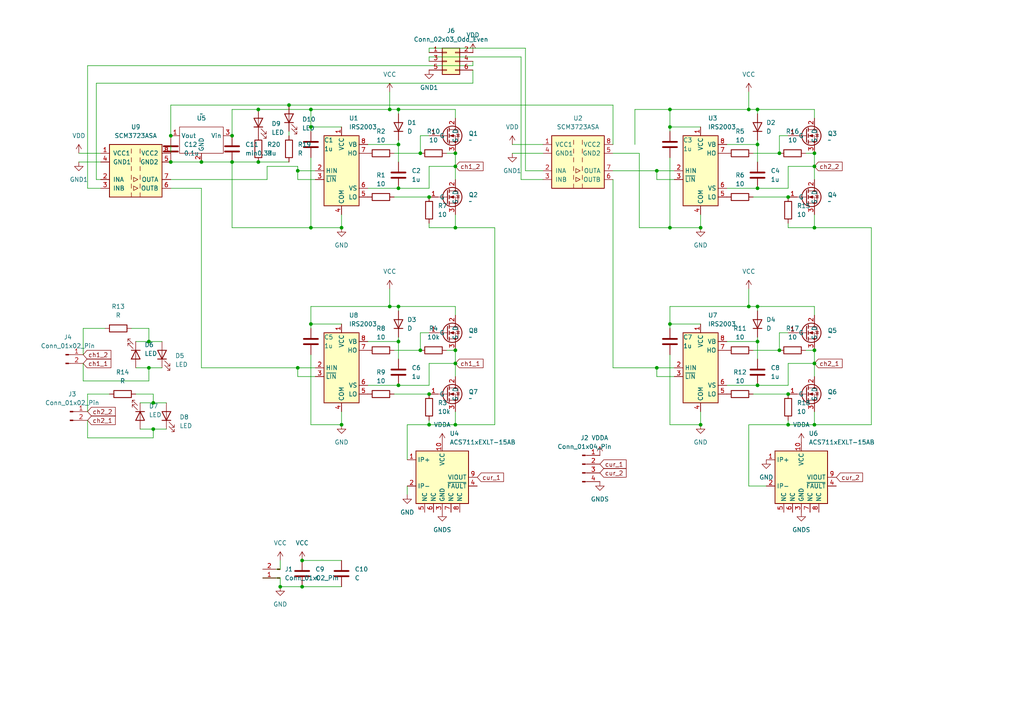
<source format=kicad_sch>
(kicad_sch (version 20250114) (generator "eeschema") (generator_version "9.0")
  (paper "A4")
  (lib_symbols
    (symbol "Connector:Conn_01x02_Pin" (pin_names (offset 1.016) (hide yes))
      (property "Reference" "J" (at 0 2.54 0))
      (property "Value" "Conn_01x02_Pin" (at 0 -5.08 0))
      (symbol "Conn_01x02_Pin_1_1"
        (pin passive line (at 5.08 0 180) (length 3.81) (name "Pin_1") (number "1"))
        (pin passive line (at 5.08 -2.54 180) (length 3.81) (name "Pin_2") (number "2"))
      )
    )
    (symbol "Connector:Conn_01x04_Pin" (pin_names (offset 1.016) (hide yes))
      (property "Reference" "J" (at 0 5.08 0))
      (property "Value" "Conn_01x04_Pin" (at 0 -7.62 0))
      (symbol "Conn_01x04_Pin_1_1"
        (pin passive line (at 5.08 2.54 180) (length 3.81) (name "Pin_1") (number "1"))
        (pin passive line (at 5.08 0 180) (length 3.81) (name "Pin_2") (number "2"))
        (pin passive line (at 5.08 -2.54 180) (length 3.81) (name "Pin_3") (number "3"))
        (pin passive line (at 5.08 -5.08 180) (length 3.81) (name "Pin_4") (number "4"))
      )
    )
    (symbol "Connector_Generic:Conn_02x03_Odd_Even" (pin_names (offset 1.016) (hide yes))
      (property "Reference" "J" (at 1.27 5.08 0))
      (property "Value" "Conn_02x03_Odd_Even" (at 1.27 -5.08 0))
      (symbol "Conn_02x03_Odd_Even_1_1"
        (pin passive line (at -5.08 2.54 0) (length 3.81) (name "Pin_1") (number "1"))
        (pin passive line (at -5.08 0 0) (length 3.81) (name "Pin_3") (number "3"))
        (pin passive line (at -5.08 -2.54 0) (length 3.81) (name "Pin_5") (number "5"))
        (pin passive line (at 7.62 2.54 180) (length 3.81) (name "Pin_2") (number "2"))
        (pin passive line (at 7.62 0 180) (length 3.81) (name "Pin_4") (number "4"))
        (pin passive line (at 7.62 -2.54 180) (length 3.81) (name "Pin_6") (number "6"))
      )
    )
    (symbol "Device:C" (pin_numbers (hide yes)) (pin_names (offset 0.254))
      (property "Reference" "C" (at 0.635 2.54 0))
      (property "Value" "C" (at 0.635 -2.54 0))
      (symbol "C_1_1"
        (pin passive line (at 0 3.81 270) (length 2.794) (name "~") (number "1"))
        (pin passive line (at 0 -3.81 90) (length 2.794) (name "~") (number "2"))
      )
    )
    (symbol "Device:D" (pin_numbers (hide yes)) (pin_names (offset 1.016) (hide yes))
      (property "Reference" "D" (at 0 2.54 0))
      (property "Value" "D" (at 0 -2.54 0))
      (symbol "D_1_1"
        (pin passive line (at -3.81 0 0) (length 2.54) (name "K") (number "1"))
        (pin passive line (at 3.81 0 180) (length 2.54) (name "A") (number "2"))
      )
    )
    (symbol "Device:LED" (pin_numbers (hide yes)) (pin_names (offset 1.016) (hide yes))
      (property "Reference" "D" (at 0 2.54 0))
      (property "Value" "LED" (at 0 -2.54 0))
      (symbol "LED_1_1"
        (pin passive line (at -3.81 0 0) (length 2.54) (name "K") (number "1"))
        (pin passive line (at 3.81 0 180) (length 2.54) (name "A") (number "2"))
      )
    )
    (symbol "Device:R" (pin_numbers (hide yes)) (pin_names (offset 0))
      (property "Reference" "R" (at 2.032 0 90))
      (property "Value" "R" (at 0 0 90))
      (symbol "R_1_1"
        (pin passive line (at 0 3.81 270) (length 1.27) (name "~") (number "1"))
        (pin passive line (at 0 -3.81 90) (length 1.27) (name "~") (number "2"))
      )
    )
    (symbol "Driver_FET:IRS2003"
      (property "Reference" "U" (at 1.27 13.335 0))
      (property "Value" "IRS2003" (at 1.27 11.43 0))
      (symbol "IRS2003_1_1"
        (pin input line (at -7.62 0 0) (length 2.54) (name "HIN") (number "2"))
        (pin input line (at -7.62 -2.54 0) (length 2.54) (name "~{LIN}") (number "3"))
        (pin power_in line (at 0 12.7 270) (length 2.54) (name "VCC") (number "1"))
        (pin power_in line (at 0 -12.7 90) (length 2.54) (name "COM") (number "4"))
        (pin passive line (at 7.62 7.62 180) (length 2.54) (name "VB") (number "8"))
        (pin output line (at 7.62 5.08 180) (length 2.54) (name "HO") (number "7"))
        (pin passive line (at 7.62 -5.08 180) (length 2.54) (name "VS") (number "6"))
        (pin output line (at 7.62 -7.62 180) (length 2.54) (name "LO") (number "5"))
      )
    )
    (symbol "Sensor_Current:ACS711xEXLT-15AB"
      (property "Reference" "U" (at 8.89 6.35 0))
      (property "Value" "ACS711xEXLT-15AB" (at 8.89 3.81 0))
      (symbol "ACS711xEXLT-15AB_1_1"
        (pin passive line (at -10.16 5.08 0) (length 2.54) (name "IP+") (number "1"))
        (pin passive line (at -10.16 -2.54 0) (length 2.54) (name "IP-") (number "2"))
        (pin passive line (at -5.08 -10.16 90) (length 2.54) (name "NC") (number "5"))
        (pin passive line (at -2.54 -10.16 90) (length 2.54) (name "NC") (number "6"))
        (pin power_in line (at 0 10.16 270) (length 2.54) (name "VCC") (number "10"))
        (pin power_in line (at 0 -10.16 90) (length 2.54) (name "GND") (number "3"))
        (pin passive line (at 2.54 -10.16 90) (length 2.54) (name "NC") (number "7"))
        (pin passive line (at 5.08 -10.16 90) (length 2.54) (name "NC") (number "8"))
        (pin output line (at 10.16 0 180) (length 2.54) (name "VIOUT") (number "9"))
        (pin output line (at 10.16 -2.54 180) (length 2.54) (name "~{FAULT}") (number "4"))
      )
    )
    (symbol "jisaku:NJM78L00SU3"
      (property "Reference" "U" (at 0 1.016 0))
      (symbol "NJM78L00SU3_1_1"
        (pin input line (at -8.89 0 0) (length 2.54) (name "Vin") (number "3"))
        (pin input line (at 0 -7.62 90) (length 2.54) (name "GND") (number "2"))
        (pin input line (at 8.89 0 180) (length 2.54) (name "Vout") (number "1"))
      )
    )
    (symbol "jisaku:RD3L07BBG"
      (property "Reference" "Q" (at 6.35 1.016 0))
      (symbol "RD3L07BBG_1_1"
        (pin input line (at -6.35 0 0) (length 2.54) (name "G") (number "1"))
        (pin passive line (at 1.27 5.08 270) (length 2.54) (name "D") (number "2"))
        (pin passive line (at 1.27 -5.08 90) (length 2.54) (name "S") (number "3"))
      )
    )
    (symbol "jisaku:SCM3723ASA" (pin_names (offset 1.016))
      (property "Reference" "U" (at 0 10.795 0))
      (property "Value" "SCM3723ASA" (at 0 8.89 0))
      (symbol "SCM3723ASA_1_1"
        (pin power_in line (at -10.16 5.08 0) (length 2.54) (name "VCC1") (number "1"))
        (pin power_in line (at -10.16 2.54 0) (length 2.54) (name "GND1") (number "4"))
        (pin input line (at -10.16 -2.54 0) (length 2.54) (name "INA") (number "2"))
        (pin input line (at -10.16 -5.08 0) (length 2.54) (name "INB") (number "3"))
        (pin power_in line (at 10.16 5.08 180) (length 2.54) (name "VCC2") (number "8"))
        (pin power_in line (at 10.16 2.54 180) (length 2.54) (name "GND2") (number "5"))
        (pin output line (at 10.16 -2.54 180) (length 2.54) (name "OUTA") (number "7"))
        (pin output line (at 10.16 -5.08 180) (length 2.54) (name "OUTB") (number "6"))
      )
    )
    (symbol "power:GND" (power) (pin_numbers (hide yes)) (pin_names (offset 0) (hide yes))
      (property "Value" "GND" (at 0 -3.81 0))
      (symbol "GND_1_1"
        (pin power_in line (at 0 0 270) (length 0) (name "~") (number "1"))
      )
    )
    (symbol "power:GND1" (power) (pin_numbers (hide yes)) (pin_names (offset 0) (hide yes))
      (property "Value" "GND1" (at 0 -3.81 0))
      (symbol "GND1_1_1"
        (pin power_in line (at 0 0 270) (length 0) (name "~") (number "1"))
      )
    )
    (symbol "power:GNDS" (power) (pin_numbers (hide yes)) (pin_names (offset 0) (hide yes))
      (property "Value" "GNDS" (at 0 -3.81 0))
      (symbol "GNDS_1_1"
        (pin power_in line (at 0 0 270) (length 0) (name "~") (number "1"))
      )
    )
    (symbol "power:VCC" (power) (pin_numbers (hide yes)) (pin_names (offset 0) (hide yes))
      (property "Value" "VCC" (at 0 3.556 0))
      (symbol "VCC_1_1"
        (pin power_in line (at 0 0 90) (length 0) (name "~") (number "1"))
      )
    )
    (symbol "power:VDD" (power) (pin_numbers (hide yes)) (pin_names (offset 0) (hide yes))
      (property "Value" "VDD" (at 0 3.556 0))
      (symbol "VDD_1_1"
        (pin power_in line (at 0 0 90) (length 0) (name "~") (number "1"))
      )
    )
    (symbol "power:VDDA" (power) (pin_numbers (hide yes)) (pin_names (offset 0) (hide yes))
      (property "Value" "VDDA" (at 0 3.556 0))
      (symbol "VDDA_1_1"
        (pin power_in line (at 0 0 90) (length 0) (name "~") (number "1"))
      )
    )
  )
  (junction (at 115.57 31.75))
  (junction (at 194.31 36.83))
  (junction (at 90.17 36.83))
  (junction (at 115.57 41.91))
  (junction (at 219.71 41.91))
  (junction (at 236.22 101.6))
  (junction (at 194.31 93.98))
  (junction (at 132.08 105.41))
  (junction (at 132.08 48.26))
  (junction (at 219.71 54.61))
  (junction (at 236.22 44.45))
  (junction (at 58.42 46.99))
  (junction (at 124.46 123.19))
  (junction (at 124.46 114.3))
  (junction (at 49.53 46.99))
  (junction (at 219.71 99.06))
  (junction (at 43.18 99.06))
  (junction (at 236.22 123.19))
  (junction (at 219.71 111.76))
  (junction (at 121.92 44.45))
  (junction (at 228.6 114.3))
  (junction (at 81.28 170.18))
  (junction (at 90.17 93.98))
  (junction (at 99.06 123.19))
  (junction (at 86.36 106.68))
  (junction (at 236.22 66.04))
  (junction (at 83.82 30.48))
  (junction (at 226.06 44.45))
  (junction (at 219.71 31.75))
  (junction (at 99.06 66.04))
  (junction (at 132.08 123.19))
  (junction (at 87.63 170.18))
  (junction (at 90.17 31.75))
  (junction (at 203.2 66.04))
  (junction (at 132.08 66.04))
  (junction (at 217.17 88.9))
  (junction (at 86.36 49.53))
  (junction (at 236.22 48.26))
  (junction (at 49.53 39.37))
  (junction (at 115.57 111.76))
  (junction (at 194.31 66.04))
  (junction (at 44.45 124.46))
  (junction (at 194.31 31.75))
  (junction (at 74.93 46.99))
  (junction (at 67.31 46.99))
  (junction (at 203.2 123.19))
  (junction (at 132.08 44.45))
  (junction (at 43.18 106.68))
  (junction (at 115.57 88.9))
  (junction (at 228.6 123.19))
  (junction (at 113.03 31.75))
  (junction (at 113.03 88.9))
  (junction (at 236.22 105.41))
  (junction (at 115.57 54.61))
  (junction (at 228.6 57.15))
  (junction (at 90.17 66.04))
  (junction (at 115.57 99.06))
  (junction (at 74.93 31.75))
  (junction (at 219.71 88.9))
  (junction (at 190.5 49.53))
  (junction (at 132.08 101.6))
  (junction (at 217.17 31.75))
  (junction (at 67.31 39.37))
  (junction (at 87.63 162.56))
  (junction (at 124.46 57.15))
  (junction (at 44.45 116.84))
  (junction (at 121.92 101.6))
  (junction (at 190.5 106.68))
  (junction (at 226.06 101.6))
  (wire (pts (xy 22.86 46.99) (xy 29.21 46.99)))
  (wire (pts (xy 148.59 44.45) (xy 157.48 44.45)))
  (wire (pts (xy 219.71 88.9) (xy 236.22 88.9)))
  (wire (pts (xy 185.42 44.45) (xy 185.42 66.04)))
  (wire (pts (xy 90.17 93.98) (xy 90.17 95.25)))
  (wire (pts (xy 137.16 20.32) (xy 137.16 24.13)))
  (wire (pts (xy 177.8 52.07) (xy 177.8 106.68)))
  (wire (pts (xy 106.68 99.06) (xy 115.57 99.06)))
  (wire (pts (xy 25.4 114.3) (xy 31.75 114.3)))
  (wire (pts (xy 217.17 88.9) (xy 219.71 88.9)))
  (wire (pts (xy 81.28 167.64) (xy 81.28 170.18)))
  (wire (pts (xy 219.71 41.91) (xy 219.71 46.99)))
  (wire (pts (xy 177.8 41.91) (xy 177.8 30.48)))
  (wire (pts (xy 194.31 93.98) (xy 194.31 88.9)))
  (wire (pts (xy 236.22 66.04) (xy 252.73 66.04)))
  (wire (pts (xy 157.48 49.53) (xy 152.4 49.53)))
  (wire (pts (xy 39.37 114.3) (xy 44.45 114.3)))
  (wire (pts (xy 177.8 106.68) (xy 190.5 106.68)))
  (wire (pts (xy 44.45 116.84) (xy 48.26 116.84)))
  (wire (pts (xy 74.93 46.99) (xy 83.82 46.99)))
  (wire (pts (xy 99.06 66.04) (xy 99.06 62.23)))
  (wire (pts (xy 203.2 123.19) (xy 203.2 119.38)))
  (wire (pts (xy 190.5 106.68) (xy 195.58 106.68)))
  (wire (pts (xy 184.15 41.91) (xy 184.15 31.75)))
  (wire (pts (xy 236.22 31.75) (xy 236.22 34.29)))
  (wire (pts (xy 194.31 88.9) (xy 217.17 88.9)))
  (wire (pts (xy 40.64 116.84) (xy 44.45 116.84)))
  (wire (pts (xy 226.06 39.37) (xy 228.6 39.37)))
  (wire (pts (xy 210.82 111.76) (xy 219.71 111.76)))
  (wire (pts (xy 203.2 66.04) (xy 203.2 62.23)))
  (wire (pts (xy 190.5 49.53) (xy 190.5 52.07)))
  (wire (pts (xy 124.46 111.76) (xy 124.46 105.41)))
  (wire (pts (xy 49.53 39.37) (xy 49.53 44.45)))
  (wire (pts (xy 39.37 99.06) (xy 43.18 99.06)))
  (wire (pts (xy 25.4 19.05) (xy 137.16 19.05)))
  (wire (pts (xy 67.31 46.99) (xy 74.93 46.99)))
  (wire (pts (xy 236.22 105.41) (xy 236.22 109.22)))
  (wire (pts (xy 233.68 44.45) (xy 236.22 44.45)))
  (wire (pts (xy 58.42 106.68) (xy 86.36 106.68)))
  (wire (pts (xy 132.08 66.04) (xy 124.46 66.04)))
  (wire (pts (xy 236.22 119.38) (xy 236.22 123.19)))
  (wire (pts (xy 43.18 110.49) (xy 24.13 110.49)))
  (wire (pts (xy 67.31 31.75) (xy 67.31 39.37)))
  (wire (pts (xy 210.82 54.61) (xy 219.71 54.61)))
  (wire (pts (xy 113.03 88.9) (xy 113.03 83.82)))
  (wire (pts (xy 194.31 36.83) (xy 203.2 36.83)))
  (wire (pts (xy 58.42 106.68) (xy 58.42 54.61)))
  (wire (pts (xy 90.17 93.98) (xy 99.06 93.98)))
  (wire (pts (xy 137.16 19.05) (xy 137.16 17.78)))
  (wire (pts (xy 90.17 93.98) (xy 90.17 88.9)))
  (wire (pts (xy 90.17 36.83) (xy 90.17 38.1)))
  (wire (pts (xy 106.68 54.61) (xy 115.57 54.61)))
  (wire (pts (xy 83.82 30.48) (xy 177.8 30.48)))
  (wire (pts (xy 219.71 33.02) (xy 219.71 31.75)))
  (wire (pts (xy 228.6 121.92) (xy 228.6 123.19)))
  (wire (pts (xy 43.18 95.25) (xy 43.18 99.06)))
  (wire (pts (xy 77.47 52.07) (xy 77.47 48.26)))
  (wire (pts (xy 87.63 170.18) (xy 99.06 170.18)))
  (wire (pts (xy 217.17 31.75) (xy 219.71 31.75)))
  (wire (pts (xy 228.6 111.76) (xy 228.6 105.41)))
  (wire (pts (xy 236.22 62.23) (xy 236.22 66.04)))
  (wire (pts (xy 236.22 48.26) (xy 236.22 52.07)))
  (wire (pts (xy 115.57 31.75) (xy 132.08 31.75)))
  (wire (pts (xy 194.31 66.04) (xy 203.2 66.04)))
  (wire (pts (xy 194.31 36.83) (xy 194.31 38.1)))
  (wire (pts (xy 90.17 36.83) (xy 90.17 31.75)))
  (wire (pts (xy 86.36 106.68) (xy 86.36 109.22)))
  (wire (pts (xy 124.46 13.97) (xy 152.4 13.97)))
  (wire (pts (xy 115.57 111.76) (xy 124.46 111.76)))
  (wire (pts (xy 115.57 40.64) (xy 115.57 41.91)))
  (wire (pts (xy 124.46 16.51) (xy 151.13 16.51)))
  (wire (pts (xy 218.44 101.6) (xy 226.06 101.6)))
  (wire (pts (xy 86.36 52.07) (xy 91.44 52.07)))
  (wire (pts (xy 113.03 31.75) (xy 113.03 26.67)))
  (wire (pts (xy 58.42 54.61) (xy 49.53 54.61)))
  (wire (pts (xy 194.31 93.98) (xy 203.2 93.98)))
  (wire (pts (xy 121.92 39.37) (xy 124.46 39.37)))
  (wire (pts (xy 86.36 48.26) (xy 86.36 49.53)))
  (wire (pts (xy 43.18 106.68) (xy 43.18 110.49)))
  (wire (pts (xy 236.22 88.9) (xy 236.22 91.44)))
  (wire (pts (xy 219.71 40.64) (xy 219.71 41.91)))
  (wire (pts (xy 226.06 96.52) (xy 226.06 101.6)))
  (wire (pts (xy 39.37 106.68) (xy 43.18 106.68)))
  (wire (pts (xy 40.64 124.46) (xy 44.45 124.46)))
  (wire (pts (xy 219.71 111.76) (xy 228.6 111.76)))
  (wire (pts (xy 27.94 52.07) (xy 29.21 52.07)))
  (wire (pts (xy 236.22 101.6) (xy 236.22 105.41)))
  (wire (pts (xy 190.5 52.07) (xy 195.58 52.07)))
  (wire (pts (xy 124.46 48.26) (xy 132.08 48.26)))
  (wire (pts (xy 151.13 16.51) (xy 151.13 52.07)))
  (wire (pts (xy 132.08 66.04) (xy 143.51 66.04)))
  (wire (pts (xy 177.8 44.45) (xy 185.42 44.45)))
  (wire (pts (xy 121.92 39.37) (xy 121.92 44.45)))
  (wire (pts (xy 228.6 48.26) (xy 236.22 48.26)))
  (wire (pts (xy 25.4 119.38) (xy 25.4 114.3)))
  (wire (pts (xy 132.08 119.38) (xy 132.08 123.19)))
  (wire (pts (xy 236.22 44.45) (xy 236.22 48.26)))
  (wire (pts (xy 124.46 123.19) (xy 118.11 123.19)))
  (wire (pts (xy 106.68 41.91) (xy 115.57 41.91)))
  (wire (pts (xy 219.71 97.79) (xy 219.71 99.06)))
  (wire (pts (xy 194.31 31.75) (xy 217.17 31.75)))
  (wire (pts (xy 132.08 105.41) (xy 132.08 109.22)))
  (wire (pts (xy 143.51 123.19) (xy 132.08 123.19)))
  (wire (pts (xy 77.47 48.26) (xy 86.36 48.26)))
  (wire (pts (xy 148.59 41.91) (xy 157.48 41.91)))
  (wire (pts (xy 81.28 162.56) (xy 81.28 165.1)))
  (wire (pts (xy 25.4 127) (xy 25.4 121.92)))
  (wire (pts (xy 210.82 41.91) (xy 219.71 41.91)))
  (wire (pts (xy 38.1 95.25) (xy 43.18 95.25)))
  (wire (pts (xy 49.53 30.48) (xy 49.53 39.37)))
  (wire (pts (xy 25.4 54.61) (xy 25.4 19.05)))
  (wire (pts (xy 22.86 44.45) (xy 29.21 44.45)))
  (wire (pts (xy 194.31 36.83) (xy 194.31 31.75)))
  (wire (pts (xy 222.25 140.97) (xy 217.17 140.97)))
  (wire (pts (xy 76.2 165.1) (xy 81.28 165.1)))
  (wire (pts (xy 115.57 41.91) (xy 115.57 46.99)))
  (wire (pts (xy 132.08 88.9) (xy 132.08 91.44)))
  (wire (pts (xy 152.4 13.97) (xy 152.4 49.53)))
  (wire (pts (xy 86.36 49.53) (xy 86.36 52.07)))
  (wire (pts (xy 194.31 102.87) (xy 194.31 123.19)))
  (wire (pts (xy 115.57 33.02) (xy 115.57 31.75)))
  (wire (pts (xy 143.51 66.04) (xy 143.51 123.19)))
  (wire (pts (xy 132.08 44.45) (xy 132.08 48.26)))
  (wire (pts (xy 177.8 49.53) (xy 190.5 49.53)))
  (wire (pts (xy 114.3 101.6) (xy 121.92 101.6)))
  (wire (pts (xy 233.68 101.6) (xy 236.22 101.6)))
  (wire (pts (xy 90.17 88.9) (xy 113.03 88.9)))
  (wire (pts (xy 124.46 64.77) (xy 124.46 66.04)))
  (wire (pts (xy 114.3 57.15) (xy 124.46 57.15)))
  (wire (pts (xy 228.6 54.61) (xy 228.6 48.26)))
  (wire (pts (xy 132.08 31.75) (xy 132.08 34.29)))
  (wire (pts (xy 49.53 52.07) (xy 77.47 52.07)))
  (wire (pts (xy 83.82 38.1) (xy 83.82 39.37)))
  (wire (pts (xy 115.57 88.9) (xy 132.08 88.9)))
  (wire (pts (xy 194.31 93.98) (xy 194.31 95.25)))
  (wire (pts (xy 90.17 31.75) (xy 113.03 31.75)))
  (wire (pts (xy 74.93 31.75) (xy 90.17 31.75)))
  (wire (pts (xy 58.42 46.99) (xy 67.31 46.99)))
  (wire (pts (xy 90.17 66.04) (xy 99.06 66.04)))
  (wire (pts (xy 115.57 99.06) (xy 115.57 104.14)))
  (wire (pts (xy 210.82 99.06) (xy 219.71 99.06)))
  (wire (pts (xy 219.71 31.75) (xy 236.22 31.75)))
  (wire (pts (xy 228.6 64.77) (xy 228.6 66.04)))
  (wire (pts (xy 129.54 44.45) (xy 132.08 44.45)))
  (wire (pts (xy 67.31 66.04) (xy 90.17 66.04)))
  (wire (pts (xy 115.57 54.61) (xy 124.46 54.61)))
  (wire (pts (xy 217.17 31.75) (xy 217.17 26.67)))
  (wire (pts (xy 67.31 46.99) (xy 67.31 66.04)))
  (wire (pts (xy 137.16 24.13) (xy 27.94 24.13)))
  (wire (pts (xy 124.46 54.61) (xy 124.46 48.26)))
  (wire (pts (xy 194.31 45.72) (xy 194.31 66.04)))
  (wire (pts (xy 190.5 109.22) (xy 195.58 109.22)))
  (wire (pts (xy 226.06 96.52) (xy 228.6 96.52)))
  (wire (pts (xy 81.28 170.18) (xy 87.63 170.18)))
  (wire (pts (xy 218.44 57.15) (xy 228.6 57.15)))
  (wire (pts (xy 129.54 101.6) (xy 132.08 101.6)))
  (wire (pts (xy 124.46 17.78) (xy 124.46 16.51)))
  (wire (pts (xy 49.53 46.99) (xy 58.42 46.99)))
  (wire (pts (xy 218.44 114.3) (xy 228.6 114.3)))
  (wire (pts (xy 151.13 52.07) (xy 157.48 52.07)))
  (wire (pts (xy 190.5 49.53) (xy 195.58 49.53)))
  (wire (pts (xy 219.71 99.06) (xy 219.71 104.14)))
  (wire (pts (xy 217.17 123.19) (xy 228.6 123.19)))
  (wire (pts (xy 44.45 124.46) (xy 44.45 127)))
  (wire (pts (xy 132.08 101.6) (xy 132.08 105.41)))
  (wire (pts (xy 118.11 140.97) (xy 118.11 143.51)))
  (wire (pts (xy 132.08 123.19) (xy 124.46 123.19)))
  (wire (pts (xy 115.57 90.17) (xy 115.57 88.9)))
  (wire (pts (xy 252.73 66.04) (xy 252.73 123.19)))
  (wire (pts (xy 67.31 31.75) (xy 74.93 31.75)))
  (wire (pts (xy 106.68 111.76) (xy 115.57 111.76)))
  (wire (pts (xy 29.21 54.61) (xy 25.4 54.61)))
  (wire (pts (xy 121.92 96.52) (xy 121.92 101.6)))
  (wire (pts (xy 236.22 66.04) (xy 228.6 66.04)))
  (wire (pts (xy 226.06 39.37) (xy 226.06 44.45)))
  (wire (pts (xy 217.17 140.97) (xy 217.17 123.19)))
  (wire (pts (xy 76.2 167.64) (xy 81.28 167.64)))
  (wire (pts (xy 90.17 36.83) (xy 99.06 36.83)))
  (wire (pts (xy 217.17 88.9) (xy 217.17 83.82)))
  (wire (pts (xy 43.18 106.68) (xy 46.99 106.68)))
  (wire (pts (xy 124.46 15.24) (xy 124.46 13.97)))
  (wire (pts (xy 86.36 109.22) (xy 91.44 109.22)))
  (wire (pts (xy 219.71 54.61) (xy 228.6 54.61)))
  (wire (pts (xy 49.53 30.48) (xy 83.82 30.48)))
  (wire (pts (xy 113.03 31.75) (xy 115.57 31.75)))
  (wire (pts (xy 132.08 48.26) (xy 132.08 52.07)))
  (wire (pts (xy 121.92 96.52) (xy 124.46 96.52)))
  (wire (pts (xy 44.45 124.46) (xy 48.26 124.46)))
  (wire (pts (xy 124.46 105.41) (xy 132.08 105.41)))
  (wire (pts (xy 86.36 49.53) (xy 91.44 49.53)))
  (wire (pts (xy 184.15 31.75) (xy 194.31 31.75)))
  (wire (pts (xy 24.13 105.41) (xy 24.13 110.49)))
  (wire (pts (xy 252.73 123.19) (xy 236.22 123.19)))
  (wire (pts (xy 44.45 127) (xy 25.4 127)))
  (wire (pts (xy 236.22 123.19) (xy 228.6 123.19)))
  (wire (pts (xy 24.13 95.25) (xy 30.48 95.25)))
  (wire (pts (xy 99.06 123.19) (xy 99.06 119.38)))
  (wire (pts (xy 218.44 44.45) (xy 226.06 44.45)))
  (wire (pts (xy 219.71 90.17) (xy 219.71 88.9)))
  (wire (pts (xy 90.17 102.87) (xy 90.17 123.19)))
  (wire (pts (xy 114.3 114.3) (xy 124.46 114.3)))
  (wire (pts (xy 113.03 88.9) (xy 115.57 88.9)))
  (wire (pts (xy 124.46 121.92) (xy 124.46 123.19)))
  (wire (pts (xy 87.63 162.56) (xy 99.06 162.56)))
  (wire (pts (xy 132.08 62.23) (xy 132.08 66.04)))
  (wire (pts (xy 194.31 123.19) (xy 203.2 123.19)))
  (wire (pts (xy 114.3 44.45) (xy 121.92 44.45)))
  (wire (pts (xy 86.36 106.68) (xy 91.44 106.68)))
  (wire (pts (xy 190.5 106.68) (xy 190.5 109.22)))
  (wire (pts (xy 228.6 105.41) (xy 236.22 105.41)))
  (wire (pts (xy 44.45 114.3) (xy 44.45 116.84)))
  (wire (pts (xy 27.94 24.13) (xy 27.94 52.07)))
  (wire (pts (xy 90.17 45.72) (xy 90.17 66.04)))
  (wire (pts (xy 115.57 97.79) (xy 115.57 99.06)))
  (wire (pts (xy 90.17 123.19) (xy 99.06 123.19)))
  (wire (pts (xy 43.18 99.06) (xy 46.99 99.06)))
  (wire (pts (xy 118.11 123.19) (xy 118.11 133.35)))
  (wire (pts (xy 185.42 66.04) (xy 194.31 66.04)))
  (wire (pts (xy 24.13 102.87) (xy 24.13 95.25)))
  (global_label "cur_2" (shape input) (at 242.57 138.43 0) (property "Intersheetrefs" "${INTERSHEET_REFS}" (effects (hide yes))))
  (global_label "cur_1" (shape input) (at 173.99 134.62 0) (property "Intersheetrefs" "${INTERSHEET_REFS}" (effects (hide yes))))
  (global_label "ch2_1" (shape input) (at 236.22 105.41 0) (property "Intersheetrefs" "${INTERSHEET_REFS}" (effects (hide yes))))
  (global_label "ch2_1" (shape input) (at 25.4 121.92 0) (property "Intersheetrefs" "${INTERSHEET_REFS}" (effects (hide yes))))
  (global_label "ch1_1" (shape input) (at 24.13 105.41 0) (property "Intersheetrefs" "${INTERSHEET_REFS}" (effects (hide yes))))
  (global_label "ch2_2" (shape input) (at 25.4 119.38 0) (property "Intersheetrefs" "${INTERSHEET_REFS}" (effects (hide yes))))
  (global_label "ch2_2" (shape input) (at 236.22 48.26 0) (property "Intersheetrefs" "${INTERSHEET_REFS}" (effects (hide yes))))
  (global_label "cur_2" (shape input) (at 173.99 137.16 0) (property "Intersheetrefs" "${INTERSHEET_REFS}" (effects (hide yes))))
  (global_label "ch1_1" (shape input) (at 132.08 105.41 0) (property "Intersheetrefs" "${INTERSHEET_REFS}" (effects (hide yes))))
  (global_label "ch1_2" (shape input) (at 24.13 102.87 0) (property "Intersheetrefs" "${INTERSHEET_REFS}" (effects (hide yes))))
  (global_label "cur_1" (shape input) (at 138.43 138.43 0) (property "Intersheetrefs" "${INTERSHEET_REFS}" (effects (hide yes))))
  (global_label "ch1_2" (shape input) (at 132.08 48.26 0) (property "Intersheetrefs" "${INTERSHEET_REFS}" (effects (hide yes))))
  (symbol (lib_id "Device:R") (at 214.63 114.3 90) (unit 1)
    (property "Reference" "R12" (at 214.63 107.95 90))
    (property "Value" "10" (at 214.63 110.49 90))
    (property "Footprint" "Resistor_SMD:R_0603_1608Metric_Pad0.98x0.95mm_HandSolder" (effects (hide yes)))
    (property "Description" "Resistor" (effects (hide yes)))
  )
  (symbol (lib_id "Driver_FET:IRS2003") (at 203.2 49.53 0) (unit 1)
    (property "Reference" "U3" (at 205.3433 34.29 0) (effects (justify left)))
    (property "Value" "IRS2003" (at 205.3433 36.83 0) (effects (justify left)))
    (property "Footprint" "Package_SO:SOIC-8_3.9x4.9mm_P1.27mm" (effects (hide yes)))
    (property "Datasheet" "https://www.infineon.com/dgdl/irs2003pbf.pdf?fileId=5546d462533600a401535675afec2780" (effects (hide yes)))
    (property "Description" "Half-Bridge Driver, 200V, 290/600mA, PDIP-8/SOIC-8" (effects (hide yes)))
  )
  (symbol (lib_id "Device:C") (at 67.31 43.18 0) (unit 1)
    (property "Reference" "C11" (at 71.12 41.9099 0) (effects (justify left)))
    (property "Value" "min0.33u" (at 71.12 44.4499 0) (effects (justify left)))
    (property "Footprint" "Capacitor_SMD:C_0603_1608Metric" (effects (hide yes)))
    (property "Description" "Unpolarized capacitor" (effects (hide yes)))
  )
  (symbol (lib_id "Device:R") (at 110.49 57.15 90) (unit 1)
    (property "Reference" "R1" (at 110.49 50.8 90))
    (property "Value" "10" (at 110.49 53.34 90))
    (property "Footprint" "Resistor_SMD:R_0603_1608Metric_Pad0.98x0.95mm_HandSolder" (effects (hide yes)))
    (property "Description" "Resistor" (effects (hide yes)))
  )
  (symbol (lib_id "Connector:Conn_01x04_Pin") (at 168.91 134.62 0) (unit 1)
    (property "Reference" "J2" (at 169.545 127 0))
    (property "Value" "Conn_01x04_Pin" (at 169.545 129.54 0))
    (property "Footprint" "Connector_PinHeader_2.54mm:PinHeader_1x04_P2.54mm_Vertical" (effects (hide yes)))
    (property "Description" "Generic connector, single row, 01x04, script generated" (effects (hide yes)))
  )
  (symbol (lib_id "power:GND1") (at 22.86 46.99 0) (unit 1)
    (property "Reference" "#PWR016" (effects (hide yes)))
    (property "Value" "GND1" (at 22.86 52.07 0))
    (property "Description" "Power symbol creates a global label with name \"GND1\" , ground" (effects (hide yes)))
  )
  (symbol (lib_id "jisaku:SCM3723ASA") (at 39.37 49.53 0) (unit 1)
    (property "Reference" "U9" (at 39.37 36.83 0))
    (property "Value" "SCM3723ASA" (at 39.37 39.37 0))
    (property "Footprint" "Package_SO:SOIC-8_3.9x4.9mm_P1.27mm" (effects (hide yes)))
    (property "Datasheet" "http://www.ti.com/general/docs/lit/getliterature.tsp?genericPartNumber=iso7320c&fileType=pdf" (effects (hide yes)))
    (property "Description" "Low Power Dual-Channel 2/0 Digital Isolator, 25Mbps 33ns, Fail-Safe High, SO8" (effects (hide yes)))
  )
  (symbol (lib_id "Device:R") (at 214.63 57.15 90) (unit 1)
    (property "Reference" "R6" (at 214.63 50.8 90))
    (property "Value" "10" (at 214.63 53.34 90))
    (property "Footprint" "Resistor_SMD:R_0603_1608Metric_Pad0.98x0.95mm_HandSolder" (effects (hide yes)))
    (property "Description" "Resistor" (effects (hide yes)))
  )
  (symbol (lib_id "Device:R") (at 124.46 60.96 180) (unit 1)
    (property "Reference" "R7" (at 127 59.6899 0) (effects (justify right)))
    (property "Value" "10" (at 127 62.2299 0) (effects (justify right)))
    (property "Footprint" "Resistor_SMD:R_0603_1608Metric_Pad0.98x0.95mm_HandSolder" (effects (hide yes)))
    (property "Description" "Resistor" (effects (hide yes)))
  )
  (symbol (lib_id "power:VCC") (at 217.17 83.82 0) (unit 1)
    (property "Reference" "#PWR011" (effects (hide yes)))
    (property "Value" "VCC" (at 217.17 78.74 0))
    (property "Description" "Power symbol creates a global label with name \"VCC\"" (effects (hide yes)))
  )
  (symbol (lib_id "Device:D") (at 219.71 93.98 90) (unit 1)
    (property "Reference" "D4" (at 222.25 92.7099 90) (effects (justify right)))
    (property "Value" "D" (at 222.25 95.2499 90) (effects (justify right)))
    (property "Footprint" "Diode_SMD:D_MicroSMP_AK" (effects (hide yes)))
    (property "Description" "Diode" (effects (hide yes)))
    (property "Sim.Device" "D" (effects (hide yes)))
    (property "Sim.Pins" "1=K 2=A" (effects (hide yes)))
  )
  (symbol (lib_id "Connector:Conn_01x02_Pin") (at 20.32 119.38 0) (unit 1)
    (property "Reference" "J3" (at 20.955 114.3 0))
    (property "Value" "Conn_01x02_Pin" (at 20.955 116.84 0))
    (property "Footprint" "Connector_AMASS:AMASS_XT30PW-F_1x02_P2.50mm_Horizontal" (effects (hide yes)))
    (property "Description" "Generic connector, single row, 01x02, script generated" (effects (hide yes)))
  )
  (symbol (lib_id "Device:R") (at 110.49 114.3 90) (unit 1)
    (property "Reference" "R9" (at 110.49 107.95 90))
    (property "Value" "10" (at 110.49 110.49 90))
    (property "Footprint" "Resistor_SMD:R_0603_1608Metric_Pad0.98x0.95mm_HandSolder" (effects (hide yes)))
    (property "Description" "Resistor" (effects (hide yes)))
  )
  (symbol (lib_id "Device:C") (at 194.31 99.06 0) (unit 1)
    (property "Reference" "C7" (at 198.12 97.7899 0) (effects (justify left)))
    (property "Value" "1u" (at 198.12 100.3299 0) (effects (justify left)))
    (property "Footprint" "Capacitor_SMD:C_0603_1608Metric" (effects (hide yes)))
    (property "Description" "Unpolarized capacitor" (effects (hide yes)))
  )
  (symbol (lib_id "Driver_FET:IRS2003") (at 203.2 106.68 0) (unit 1)
    (property "Reference" "U7" (at 205.3433 91.44 0) (effects (justify left)))
    (property "Value" "IRS2003" (at 205.3433 93.98 0) (effects (justify left)))
    (property "Footprint" "Package_SO:SOIC-8_3.9x4.9mm_P1.27mm" (effects (hide yes)))
    (property "Datasheet" "https://www.infineon.com/dgdl/irs2003pbf.pdf?fileId=5546d462533600a401535675afec2780" (effects (hide yes)))
    (property "Description" "Half-Bridge Driver, 200V, 290/600mA, PDIP-8/SOIC-8" (effects (hide yes)))
  )
  (symbol (lib_id "power:GND") (at 81.28 170.18 0) (unit 1)
    (property "Reference" "#PWR014" (effects (hide yes)))
    (property "Value" "GND" (at 81.28 175.26 0))
    (property "Description" "Power symbol creates a global label with name \"GND\" , ground" (effects (hide yes)))
  )
  (symbol (lib_id "Device:LED") (at 39.37 102.87 270) (unit 1)
    (property "Reference" "D6" (at 41.91 100.0124 90) (effects (justify left)))
    (property "Value" "LED" (at 41.91 102.5524 90) (effects (justify left)))
    (property "Footprint" "LED_SMD:LED_0603_1608Metric_Pad1.05x0.95mm_HandSolder" (effects (hide yes)))
    (property "Description" "Light emitting diode" (effects (hide yes)))
    (property "Sim.Pins" "1=K 2=A" (effects (hide yes)))
  )
  (symbol (lib_id "Device:LED") (at 74.93 35.56 90) (unit 1)
    (property "Reference" "D9" (at 78.74 35.8774 90) (effects (justify right)))
    (property "Value" "LED" (at 78.74 38.4174 90) (effects (justify right)))
    (property "Footprint" "LED_SMD:LED_0603_1608Metric_Pad1.05x0.95mm_HandSolder" (effects (hide yes)))
    (property "Description" "Light emitting diode" (effects (hide yes)))
    (property "Sim.Pins" "1=K 2=A" (effects (hide yes)))
  )
  (symbol (lib_id "Device:LED") (at 48.26 120.65 90) (unit 1)
    (property "Reference" "D8" (at 52.07 120.9674 90) (effects (justify right)))
    (property "Value" "LED" (at 52.07 123.5074 90) (effects (justify right)))
    (property "Footprint" "LED_SMD:LED_0603_1608Metric_Pad1.05x0.95mm_HandSolder" (effects (hide yes)))
    (property "Description" "Light emitting diode" (effects (hide yes)))
    (property "Sim.Pins" "1=K 2=A" (effects (hide yes)))
  )
  (symbol (lib_id "Device:D") (at 115.57 36.83 90) (unit 1)
    (property "Reference" "D1" (at 118.11 35.5599 90) (effects (justify right)))
    (property "Value" "D" (at 118.11 38.0999 90) (effects (justify right)))
    (property "Footprint" "Diode_SMD:D_MicroSMP_AK" (effects (hide yes)))
    (property "Description" "Diode" (effects (hide yes)))
    (property "Sim.Device" "D" (effects (hide yes)))
    (property "Sim.Pins" "1=K 2=A" (effects (hide yes)))
  )
  (symbol (lib_id "jisaku:RD3L07BBG") (at 130.81 57.15 0) (unit 1)
    (property "Reference" "Q2" (at 135.89 56.5149 0) (effects (justify left)))
    (property "Value" "~" (at 135.89 58.42 0) (effects (justify left)))
    (property "Footprint" "jisaku:RD3L07BBG" (effects (hide yes)))
  )
  (symbol (lib_id "Driver_FET:IRS2003") (at 99.06 49.53 0) (unit 1)
    (property "Reference" "U1" (at 101.2033 34.29 0) (effects (justify left)))
    (property "Value" "IRS2003" (at 101.2033 36.83 0) (effects (justify left)))
    (property "Footprint" "Package_SO:SOIC-8_3.9x4.9mm_P1.27mm" (effects (hide yes)))
    (property "Datasheet" "https://www.infineon.com/dgdl/irs2003pbf.pdf?fileId=5546d462533600a401535675afec2780" (effects (hide yes)))
    (property "Description" "Half-Bridge Driver, 200V, 290/600mA, PDIP-8/SOIC-8" (effects (hide yes)))
  )
  (symbol (lib_id "power:VDD") (at 22.86 44.45 0) (unit 1)
    (property "Reference" "#PWR09" (effects (hide yes)))
    (property "Value" "VDD" (at 22.86 39.37 0))
    (property "Description" "Power symbol creates a global label with name \"VDD\"" (effects (hide yes)))
  )
  (symbol (lib_id "jisaku:RD3L07BBG") (at 130.81 39.37 0) (unit 1)
    (property "Reference" "Q1" (at 135.89 38.7349 0) (effects (justify left)))
    (property "Value" "~" (at 135.89 40.64 0) (effects (justify left)))
    (property "Footprint" "jisaku:RD3L07BBG" (effects (hide yes)))
  )
  (symbol (lib_id "Device:LED") (at 46.99 102.87 90) (unit 1)
    (property "Reference" "D5" (at 50.8 103.1874 90) (effects (justify right)))
    (property "Value" "LED" (at 50.8 105.7274 90) (effects (justify right)))
    (property "Footprint" "LED_SMD:LED_0603_1608Metric_Pad1.05x0.95mm_HandSolder" (effects (hide yes)))
    (property "Description" "Light emitting diode" (effects (hide yes)))
    (property "Sim.Pins" "1=K 2=A" (effects (hide yes)))
  )
  (symbol (lib_id "Device:R") (at 214.63 101.6 90) (unit 1)
    (property "Reference" "R11" (at 214.63 95.25 90))
    (property "Value" "10" (at 214.63 97.79 90))
    (property "Footprint" "Resistor_SMD:R_0603_1608Metric_Pad0.98x0.95mm_HandSolder" (effects (hide yes)))
    (property "Description" "Resistor" (effects (hide yes)))
  )
  (symbol (lib_id "jisaku:RD3L07BBG") (at 130.81 114.3 0) (unit 1)
    (property "Reference" "Q7" (at 135.89 113.6649 0) (effects (justify left)))
    (property "Value" "~" (at 135.89 115.57 0) (effects (justify left)))
    (property "Footprint" "jisaku:RD3L07BBG" (effects (hide yes)))
  )
  (symbol (lib_id "power:VDDA") (at 128.27 128.27 0) (unit 1)
    (property "Reference" "#PWR019" (effects (hide yes)))
    (property "Value" "VDDA" (at 128.27 123.19 0))
    (property "Description" "Power symbol creates a global label with name \"VDDA\"" (effects (hide yes)))
  )
  (symbol (lib_id "power:GNDS") (at 128.27 148.59 0) (unit 1)
    (property "Reference" "#PWR05" (effects (hide yes)))
    (property "Value" "GNDS" (at 128.27 153.67 0))
    (property "Description" "Power symbol creates a global label with name \"GNDS\" , signal ground" (effects (hide yes)))
  )
  (symbol (lib_id "Device:LED") (at 83.82 34.29 90) (unit 1)
    (property "Reference" "D10" (at 87.63 34.6074 90) (effects (justify right)))
    (property "Value" "LED" (at 87.63 37.1474 90) (effects (justify right)))
    (property "Footprint" "LED_SMD:LED_0603_1608Metric_Pad1.05x0.95mm_HandSolder" (effects (hide yes)))
    (property "Description" "Light emitting diode" (effects (hide yes)))
    (property "Sim.Pins" "1=K 2=A" (effects (hide yes)))
  )
  (symbol (lib_id "power:GND") (at 118.11 143.51 0) (unit 1)
    (property "Reference" "#PWR08" (effects (hide yes)))
    (property "Value" "GND" (at 118.11 148.59 0))
    (property "Description" "Power symbol creates a global label with name \"GND\" , ground" (effects (hide yes)))
  )
  (symbol (lib_id "Driver_FET:IRS2003") (at 99.06 106.68 0) (unit 1)
    (property "Reference" "U8" (at 101.2033 91.44 0) (effects (justify left)))
    (property "Value" "IRS2003" (at 101.2033 93.98 0) (effects (justify left)))
    (property "Footprint" "Package_SO:SOIC-8_3.9x4.9mm_P1.27mm" (effects (hide yes)))
    (property "Datasheet" "https://www.infineon.com/dgdl/irs2003pbf.pdf?fileId=5546d462533600a401535675afec2780" (effects (hide yes)))
    (property "Description" "Half-Bridge Driver, 200V, 290/600mA, PDIP-8/SOIC-8" (effects (hide yes)))
  )
  (symbol (lib_id "Device:D") (at 115.57 93.98 90) (unit 1)
    (property "Reference" "D3" (at 118.11 92.7099 90) (effects (justify right)))
    (property "Value" "D" (at 118.11 95.2499 90) (effects (justify right)))
    (property "Footprint" "Diode_SMD:D_MicroSMP_AK" (effects (hide yes)))
    (property "Description" "Diode" (effects (hide yes)))
    (property "Sim.Device" "D" (effects (hide yes)))
    (property "Sim.Pins" "1=K 2=A" (effects (hide yes)))
  )
  (symbol (lib_id "power:VCC") (at 113.03 26.67 0) (unit 1)
    (property "Reference" "#PWR02" (effects (hide yes)))
    (property "Value" "VCC" (at 113.03 21.59 0))
    (property "Description" "Power symbol creates a global label with name \"VCC\"" (effects (hide yes)))
  )
  (symbol (lib_id "power:VCC") (at 113.03 83.82 0) (unit 1)
    (property "Reference" "#PWR07" (effects (hide yes)))
    (property "Value" "VCC" (at 113.03 78.74 0))
    (property "Description" "Power symbol creates a global label with name \"VCC\"" (effects (hide yes)))
  )
  (symbol (lib_id "Device:R") (at 34.29 95.25 90) (unit 1)
    (property "Reference" "R13" (at 34.29 88.9 90))
    (property "Value" "R" (at 34.29 91.44 90))
    (property "Footprint" "Resistor_SMD:R_0603_1608Metric_Pad0.98x0.95mm_HandSolder" (effects (hide yes)))
    (property "Description" "Resistor" (effects (hide yes)))
  )
  (symbol (lib_id "power:GND") (at 222.25 133.35 0) (unit 1)
    (property "Reference" "#PWR012" (effects (hide yes)))
    (property "Value" "GND" (at 222.25 138.43 0))
    (property "Description" "Power symbol creates a global label with name \"GND\" , ground" (effects (hide yes)))
  )
  (symbol (lib_id "jisaku:RD3L07BBG") (at 234.95 39.37 0) (unit 1)
    (property "Reference" "Q3" (at 240.03 38.7349 0) (effects (justify left)))
    (property "Value" "~" (at 240.03 40.64 0) (effects (justify left)))
    (property "Footprint" "jisaku:RD3L07BBG" (effects (hide yes)))
  )
  (symbol (lib_id "Sensor_Current:ACS711xEXLT-15AB") (at 232.41 138.43 0) (unit 1)
    (property "Reference" "U6" (at 234.5533 125.73 0) (effects (justify left)))
    (property "Value" "ACS711xEXLT-15AB" (at 234.5533 128.27 0) (effects (justify left)))
    (property "Footprint" "Sensor_Current:Allegro_QFN-12-10-1EP_3x3mm_P0.5mm" (effects (hide yes)))
    (property "Datasheet" "http://www.allegromicro.com/~/Media/Files/Datasheets/ACS711-Datasheet.ashx" (effects (hide yes)))
    (property "Description" "±15A Bidirectional Hall-Effect Current Sensor, +3.3V supply, 90mV/A, QFN-12" (effects (hide yes)))
  )
  (symbol (lib_id "Device:C") (at 115.57 107.95 0) (unit 1)
    (property "Reference" "C6" (at 119.38 106.6799 0) (effects (justify left)))
    (property "Value" "1u" (at 119.38 109.2199 0) (effects (justify left)))
    (property "Footprint" "Capacitor_SMD:C_0603_1608Metric" (effects (hide yes)))
    (property "Description" "Unpolarized capacitor" (effects (hide yes)))
  )
  (symbol (lib_id "Device:R") (at 229.87 44.45 90) (unit 1)
    (property "Reference" "R16" (at 229.87 38.1 90))
    (property "Value" "10" (at 229.87 40.64 90))
    (property "Footprint" "Resistor_SMD:R_0603_1608Metric_Pad0.98x0.95mm_HandSolder" (effects (hide yes)))
    (property "Description" "Resistor" (effects (hide yes)))
  )
  (symbol (lib_id "power:VDDA") (at 173.99 132.08 0) (unit 1)
    (property "Reference" "#PWR021" (effects (hide yes)))
    (property "Value" "VDDA" (at 173.99 127 0))
    (property "Description" "Power symbol creates a global label with name \"VDDA\"" (effects (hide yes)))
  )
  (symbol (lib_id "Connector:Conn_01x02_Pin") (at 19.05 102.87 0) (unit 1)
    (property "Reference" "J4" (at 19.685 97.79 0))
    (property "Value" "Conn_01x02_Pin" (at 19.685 100.33 0))
    (property "Footprint" "Connector_AMASS:AMASS_XT30PW-F_1x02_P2.50mm_Horizontal" (effects (hide yes)))
    (property "Description" "Generic connector, single row, 01x02, script generated" (effects (hide yes)))
  )
  (symbol (lib_id "jisaku:RD3L07BBG") (at 234.95 114.3 0) (unit 1)
    (property "Reference" "Q6" (at 240.03 113.6649 0) (effects (justify left)))
    (property "Value" "~" (at 240.03 115.57 0) (effects (justify left)))
    (property "Footprint" "jisaku:RD3L07BBG" (effects (hide yes)))
  )
  (symbol (lib_id "power:GND") (at 99.06 66.04 0) (unit 1)
    (property "Reference" "#PWR024" (effects (hide yes)))
    (property "Value" "GND" (at 99.06 71.12 0))
    (property "Description" "Power symbol creates a global label with name \"GND\" , ground" (effects (hide yes)))
  )
  (symbol (lib_id "power:VCC") (at 87.63 162.56 0) (unit 1)
    (property "Reference" "#PWR013" (effects (hide yes)))
    (property "Value" "VCC" (at 87.63 157.48 0))
    (property "Description" "Power symbol creates a global label with name \"VCC\"" (effects (hide yes)))
  )
  (symbol (lib_id "Device:R") (at 125.73 101.6 90) (unit 1)
    (property "Reference" "R4" (at 125.73 95.25 90))
    (property "Value" "10k" (at 125.73 97.79 90))
    (property "Footprint" "Resistor_SMD:R_0603_1608Metric_Pad0.98x0.95mm_HandSolder" (effects (hide yes)))
    (property "Description" "Resistor" (effects (hide yes)))
  )
  (symbol (lib_id "Device:R") (at 83.82 43.18 180) (unit 1)
    (property "Reference" "R19" (at 86.36 41.9099 0) (effects (justify right)))
    (property "Value" "R" (at 86.36 44.4499 0) (effects (justify right)))
    (property "Footprint" "Resistor_SMD:R_0603_1608Metric_Pad0.98x0.95mm_HandSolder" (effects (hide yes)))
    (property "Description" "Resistor" (effects (hide yes)))
  )
  (symbol (lib_id "Device:C") (at 87.63 166.37 0) (unit 1)
    (property "Reference" "C9" (at 91.44 165.0999 0) (effects (justify left)))
    (property "Value" "C" (at 91.44 167.6399 0) (effects (justify left)))
    (property "Footprint" "Capacitor_SMD:C_Elec_10x10.2" (effects (hide yes)))
    (property "Description" "Unpolarized capacitor" (effects (hide yes)))
  )
  (symbol (lib_id "Device:C") (at 90.17 41.91 0) (unit 1)
    (property "Reference" "C1" (at 93.98 40.6399 0) (effects (justify left)))
    (property "Value" "1u" (at 93.98 43.1799 0) (effects (justify left)))
    (property "Footprint" "Capacitor_SMD:C_0603_1608Metric" (effects (hide yes)))
    (property "Description" "Unpolarized capacitor" (effects (hide yes)))
  )
  (symbol (lib_id "power:VDD") (at 148.59 41.91 0) (unit 1)
    (property "Reference" "#PWR06" (effects (hide yes)))
    (property "Value" "VDD" (at 148.59 36.83 0))
    (property "Description" "Power symbol creates a global label with name \"VDD\"" (effects (hide yes)))
  )
  (symbol (lib_id "Connector:Conn_01x02_Pin") (at 81.28 167.64 180) (unit 1)
    (property "Reference" "J1" (at 82.55 165.0999 0) (effects (justify right)))
    (property "Value" "Conn_01x02_Pin" (at 82.55 167.6399 0) (effects (justify right)))
    (property "Footprint" "Connector_AMASS:AMASS_XT30PW-M_1x02_P2.50mm_Horizontal" (effects (hide yes)))
    (property "Description" "Generic connector, single row, 01x02, script generated" (effects (hide yes)))
  )
  (symbol (lib_id "jisaku:SCM3723ASA") (at 167.64 46.99 0) (unit 1)
    (property "Reference" "U2" (at 167.64 34.29 0))
    (property "Value" "SCM3723ASA" (at 167.64 36.83 0))
    (property "Footprint" "Package_SO:SOIC-8_3.9x4.9mm_P1.27mm" (effects (hide yes)))
    (property "Datasheet" "http://www.ti.com/general/docs/lit/getliterature.tsp?genericPartNumber=iso7320c&fileType=pdf" (effects (hide yes)))
    (property "Description" "Low Power Dual-Channel 2/0 Digital Isolator, 25Mbps 33ns, Fail-Safe High, SO8" (effects (hide yes)))
  )
  (symbol (lib_id "Sensor_Current:ACS711xEXLT-15AB") (at 128.27 138.43 0) (unit 1)
    (property "Reference" "U4" (at 130.4133 125.73 0) (effects (justify left)))
    (property "Value" "ACS711xEXLT-15AB" (at 130.4133 128.27 0) (effects (justify left)))
    (property "Footprint" "Sensor_Current:Allegro_QFN-12-10-1EP_3x3mm_P0.5mm" (effects (hide yes)))
    (property "Datasheet" "http://www.allegromicro.com/~/Media/Files/Datasheets/ACS711-Datasheet.ashx" (effects (hide yes)))
    (property "Description" "±15A Bidirectional Hall-Effect Current Sensor, +3.3V supply, 90mV/A, QFN-12" (effects (hide yes)))
  )
  (symbol (lib_id "power:GND") (at 99.06 123.19 0) (unit 1)
    (property "Reference" "#PWR025" (effects (hide yes)))
    (property "Value" "GND" (at 99.06 128.27 0))
    (property "Description" "Power symbol creates a global label with name \"GND\" , ground" (effects (hide yes)))
  )
  (symbol (lib_id "power:GND1") (at 148.59 44.45 0) (unit 1)
    (property "Reference" "#PWR015" (effects (hide yes)))
    (property "Value" "GND1" (at 148.59 49.53 0))
    (property "Description" "Power symbol creates a global label with name \"GND1\" , ground" (effects (hide yes)))
  )
  (symbol (lib_id "power:GND") (at 203.2 66.04 0) (unit 1)
    (property "Reference" "#PWR023" (effects (hide yes)))
    (property "Value" "GND" (at 203.2 71.12 0))
    (property "Description" "Power symbol creates a global label with name \"GND\" , ground" (effects (hide yes)))
  )
  (symbol (lib_id "Device:R") (at 110.49 44.45 90) (unit 1)
    (property "Reference" "R2" (at 110.49 38.1 90))
    (property "Value" "10" (at 110.49 40.64 90))
    (property "Footprint" "Resistor_SMD:R_0603_1608Metric_Pad0.98x0.95mm_HandSolder" (effects (hide yes)))
    (property "Description" "Resistor" (effects (hide yes)))
  )
  (symbol (lib_id "Device:C") (at 194.31 41.91 0) (unit 1)
    (property "Reference" "C3" (at 198.12 40.6399 0) (effects (justify left)))
    (property "Value" "1u" (at 198.12 43.1799 0) (effects (justify left)))
    (property "Footprint" "Capacitor_SMD:C_0603_1608Metric" (effects (hide yes)))
    (property "Description" "Unpolarized capacitor" (effects (hide yes)))
  )
  (symbol (lib_id "jisaku:RD3L07BBG") (at 234.95 96.52 0) (unit 1)
    (property "Reference" "Q5" (at 240.03 95.8849 0) (effects (justify left)))
    (property "Value" "~" (at 240.03 97.79 0) (effects (justify left)))
    (property "Footprint" "jisaku:RD3L07BBG" (effects (hide yes)))
  )
  (symbol (lib_id "jisaku:RD3L07BBG") (at 130.81 96.52 0) (unit 1)
    (property "Reference" "Q8" (at 135.89 95.8849 0) (effects (justify left)))
    (property "Value" "~" (at 135.89 97.79 0) (effects (justify left)))
    (property "Footprint" "jisaku:RD3L07BBG" (effects (hide yes)))
  )
  (symbol (lib_id "Device:R") (at 74.93 43.18 180) (unit 1)
    (property "Reference" "R20" (at 77.47 41.9099 0) (effects (justify right)))
    (property "Value" "R" (at 77.47 44.4499 0) (effects (justify right)))
    (property "Footprint" "Resistor_SMD:R_0603_1608Metric_Pad0.98x0.95mm_HandSolder" (effects (hide yes)))
    (property "Description" "Resistor" (effects (hide yes)))
  )
  (symbol (lib_id "power:VCC") (at 217.17 26.67 0) (unit 1)
    (property "Reference" "#PWR04" (effects (hide yes)))
    (property "Value" "VCC" (at 217.17 21.59 0))
    (property "Description" "Power symbol creates a global label with name \"VCC\"" (effects (hide yes)))
  )
  (symbol (lib_id "Device:R") (at 110.49 101.6 90) (unit 1)
    (property "Reference" "R8" (at 110.49 95.25 90))
    (property "Value" "10" (at 110.49 97.79 90))
    (property "Footprint" "Resistor_SMD:R_0603_1608Metric_Pad0.98x0.95mm_HandSolder" (effects (hide yes)))
    (property "Description" "Resistor" (effects (hide yes)))
  )
  (symbol (lib_id "Device:R") (at 35.56 114.3 90) (unit 1)
    (property "Reference" "R14" (at 35.56 107.95 90))
    (property "Value" "R" (at 35.56 110.49 90))
    (property "Footprint" "Resistor_SMD:R_0603_1608Metric_Pad0.98x0.95mm_HandSolder" (effects (hide yes)))
    (property "Description" "Resistor" (effects (hide yes)))
  )
  (symbol (lib_id "Device:LED") (at 40.64 120.65 270) (unit 1)
    (property "Reference" "D7" (at 43.18 117.7924 90) (effects (justify left)))
    (property "Value" "LED" (at 43.18 120.3324 90) (effects (justify left)))
    (property "Footprint" "LED_SMD:LED_0603_1608Metric_Pad1.05x0.95mm_HandSolder" (effects (hide yes)))
    (property "Description" "Light emitting diode" (effects (hide yes)))
    (property "Sim.Pins" "1=K 2=A" (effects (hide yes)))
  )
  (symbol (lib_id "Device:C") (at 219.71 50.8 0) (unit 1)
    (property "Reference" "C4" (at 223.52 49.5299 0) (effects (justify left)))
    (property "Value" "1u" (at 223.52 52.0699 0) (effects (justify left)))
    (property "Footprint" "Capacitor_SMD:C_0603_1608Metric" (effects (hide yes)))
    (property "Description" "Unpolarized capacitor" (effects (hide yes)))
  )
  (symbol (lib_id "power:GNDS") (at 232.41 148.59 0) (unit 1)
    (property "Reference" "#PWR01" (effects (hide yes)))
    (property "Value" "GNDS" (at 232.41 153.67 0))
    (property "Description" "Power symbol creates a global label with name \"GNDS\" , signal ground" (effects (hide yes)))
  )
  (symbol (lib_id "power:VCC") (at 81.28 162.56 0) (unit 1)
    (property "Reference" "#PWR017" (effects (hide yes)))
    (property "Value" "VCC" (at 81.28 157.48 0))
    (property "Description" "Power symbol creates a global label with name \"VCC\"" (effects (hide yes)))
  )
  (symbol (lib_id "Connector_Generic:Conn_02x03_Odd_Even") (at 129.54 17.78 0) (unit 1)
    (property "Reference" "J6" (at 130.81 8.89 0))
    (property "Value" "Conn_02x03_Odd_Even" (at 130.81 11.43 0))
    (property "Footprint" "Connector_PinHeader_2.54mm:PinHeader_2x03_P2.54mm_Horizontal" (effects (hide yes)))
    (property "Description" "Generic connector, double row, 02x03, odd/even pin numbering scheme (row 1 odd numbers, row 2 even numbers), script generated (kicad-library-utils/schlib/autogen/connector/)" (effects (hide yes)))
  )
  (symbol (lib_id "jisaku:RD3L07BBG") (at 234.95 57.15 0) (unit 1)
    (property "Reference" "Q4" (at 240.03 56.5149 0) (effects (justify left)))
    (property "Value" "~" (at 240.03 58.42 0) (effects (justify left)))
    (property "Footprint" "jisaku:RD3L07BBG" (effects (hide yes)))
  )
  (symbol (lib_id "Device:R") (at 214.63 44.45 90) (unit 1)
    (property "Reference" "R5" (at 214.63 38.1 90))
    (property "Value" "10" (at 214.63 40.64 90))
    (property "Footprint" "Resistor_SMD:R_0603_1608Metric_Pad0.98x0.95mm_HandSolder" (effects (hide yes)))
    (property "Description" "Resistor" (effects (hide yes)))
  )
  (symbol (lib_id "Device:R") (at 228.6 118.11 180) (unit 1)
    (property "Reference" "R18" (at 231.14 116.8399 0) (effects (justify right)))
    (property "Value" "10" (at 231.14 119.3799 0) (effects (justify right)))
    (property "Footprint" "Resistor_SMD:R_0603_1608Metric_Pad0.98x0.95mm_HandSolder" (effects (hide yes)))
    (property "Description" "Resistor" (effects (hide yes)))
  )
  (symbol (lib_id "power:VDD") (at 137.16 15.24 0) (unit 1)
    (property "Reference" "#PWR03" (effects (hide yes)))
    (property "Value" "VDD" (at 137.16 10.16 0))
    (property "Description" "Power symbol creates a global label with name \"VDD\"" (effects (hide yes)))
  )
  (symbol (lib_id "Device:R") (at 229.87 101.6 90) (unit 1)
    (property "Reference" "R17" (at 229.87 95.25 90))
    (property "Value" "10" (at 229.87 97.79 90))
    (property "Footprint" "Resistor_SMD:R_0603_1608Metric_Pad0.98x0.95mm_HandSolder" (effects (hide yes)))
    (property "Description" "Resistor" (effects (hide yes)))
  )
  (symbol (lib_id "Device:R") (at 125.73 44.45 90) (unit 1)
    (property "Reference" "R10" (at 125.73 38.1 90))
    (property "Value" "10" (at 125.73 40.64 90))
    (property "Footprint" "Resistor_SMD:R_0603_1608Metric_Pad0.98x0.95mm_HandSolder" (effects (hide yes)))
    (property "Description" "Resistor" (effects (hide yes)))
  )
  (symbol (lib_id "power:GND1") (at 124.46 20.32 0) (unit 1)
    (property "Reference" "#PWR010" (effects (hide yes)))
    (property "Value" "GND1" (at 124.46 25.4 0))
    (property "Description" "Power symbol creates a global label with name \"GND1\" , ground" (effects (hide yes)))
  )
  (symbol (lib_id "Device:C") (at 115.57 50.8 0) (unit 1)
    (property "Reference" "C2" (at 119.38 49.5299 0) (effects (justify left)))
    (property "Value" "1u" (at 119.38 52.0699 0) (effects (justify left)))
    (property "Footprint" "Capacitor_SMD:C_0603_1608Metric" (effects (hide yes)))
    (property "Description" "Unpolarized capacitor" (effects (hide yes)))
  )
  (symbol (lib_id "Device:C") (at 219.71 107.95 0) (unit 1)
    (property "Reference" "C8" (at 223.52 106.6799 0) (effects (justify left)))
    (property "Value" "1u" (at 223.52 109.2199 0) (effects (justify left)))
    (property "Footprint" "Capacitor_SMD:C_0603_1608Metric" (effects (hide yes)))
    (property "Description" "Unpolarized capacitor" (effects (hide yes)))
  )
  (symbol (lib_id "power:VDDA") (at 232.41 128.27 0) (unit 1)
    (property "Reference" "#PWR018" (effects (hide yes)))
    (property "Value" "VDDA" (at 232.41 123.19 0))
    (property "Description" "Power symbol creates a global label with name \"VDDA\"" (effects (hide yes)))
  )
  (symbol (lib_id "power:GND") (at 203.2 123.19 0) (unit 1)
    (property "Reference" "#PWR022" (effects (hide yes)))
    (property "Value" "GND" (at 203.2 128.27 0))
    (property "Description" "Power symbol creates a global label with name \"GND\" , ground" (effects (hide yes)))
  )
  (symbol (lib_id "Device:C") (at 49.53 43.18 0) (unit 1)
    (property "Reference" "C12" (at 53.34 41.9099 0) (effects (justify left)))
    (property "Value" "0.1u" (at 53.34 44.4499 0) (effects (justify left)))
    (property "Footprint" "Capacitor_SMD:C_0603_1608Metric" (effects (hide yes)))
    (property "Description" "Unpolarized capacitor" (effects (hide yes)))
  )
  (symbol (lib_id "Device:R") (at 124.46 118.11 180) (unit 1)
    (property "Reference" "R3" (at 127 116.8399 0) (effects (justify right)))
    (property "Value" "10k" (at 127 119.3799 0) (effects (justify right)))
    (property "Footprint" "Resistor_SMD:R_0603_1608Metric_Pad0.98x0.95mm_HandSolder" (effects (hide yes)))
    (property "Description" "Resistor" (effects (hide yes)))
  )
  (symbol (lib_id "jisaku:NJM78L00SU3") (at 58.42 39.37 0) (mirror y) (unit 1)
    (property "Reference" "U5" (at 58.42 34.29 0))
    (property "Value" "~" (at 58.42 33.02 0))
    (property "Footprint" "jisaku:SOT-89-3" (effects (hide yes)))
  )
  (symbol (lib_id "Device:C") (at 90.17 99.06 0) (unit 1)
    (property "Reference" "C5" (at 93.98 97.7899 0) (effects (justify left)))
    (property "Value" "1u" (at 93.98 100.3299 0) (effects (justify left)))
    (property "Footprint" "Capacitor_SMD:C_0603_1608Metric" (effects (hide yes)))
    (property "Description" "Unpolarized capacitor" (effects (hide yes)))
  )
  (symbol (lib_id "Device:R") (at 228.6 60.96 180) (unit 1)
    (property "Reference" "R15" (at 231.14 59.6899 0) (effects (justify right)))
    (property "Value" "10" (at 231.14 62.2299 0) (effects (justify right)))
    (property "Footprint" "Resistor_SMD:R_0603_1608Metric_Pad0.98x0.95mm_HandSolder" (effects (hide yes)))
    (property "Description" "Resistor" (effects (hide yes)))
  )
  (symbol (lib_id "Device:D") (at 219.71 36.83 90) (unit 1)
    (property "Reference" "D2" (at 222.25 35.5599 90) (effects (justify right)))
    (property "Value" "D" (at 222.25 38.0999 90) (effects (justify right)))
    (property "Footprint" "Diode_SMD:D_MicroSMP_AK" (effects (hide yes)))
    (property "Description" "Diode" (effects (hide yes)))
    (property "Sim.Device" "D" (effects (hide yes)))
    (property "Sim.Pins" "1=K 2=A" (effects (hide yes)))
  )
  (symbol (lib_id "Device:C") (at 99.06 166.37 0) (unit 1)
    (property "Reference" "C10" (at 102.87 165.0999 0) (effects (justify left)))
    (property "Value" "C" (at 102.87 167.6399 0) (effects (justify left)))
    (property "Footprint" "Capacitor_SMD:C_Elec_10x10.2" (effects (hide yes)))
    (property "Description" "Unpolarized capacitor" (effects (hide yes)))
  )
  (symbol (lib_id "power:GNDS") (at 173.99 139.7 0) (unit 1)
    (property "Reference" "#PWR020" (effects (hide yes)))
    (property "Value" "GNDS" (at 173.99 144.78 0))
    (property "Description" "Power symbol creates a global label with name \"GNDS\" , signal ground" (effects (hide yes)))
  )
)
</source>
